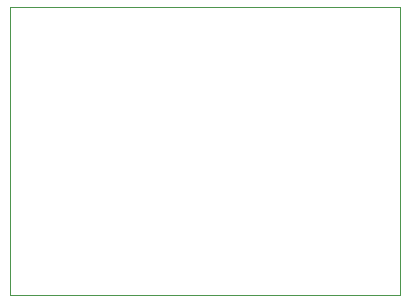
<source format=gbr>
G04 (created by PCBNEW (2013-07-07 BZR 4022)-stable) date 11/10/2014 9:18:01 PM*
%MOIN*%
G04 Gerber Fmt 3.4, Leading zero omitted, Abs format*
%FSLAX34Y34*%
G01*
G70*
G90*
G04 APERTURE LIST*
%ADD10C,0.00590551*%
%ADD11C,0.00393701*%
G04 APERTURE END LIST*
G54D10*
G54D11*
X53000Y-24800D02*
X40000Y-24800D01*
X53000Y-34400D02*
X53000Y-24800D01*
X40000Y-34400D02*
X53000Y-34400D01*
X40000Y-24800D02*
X40000Y-34400D01*
M02*

</source>
